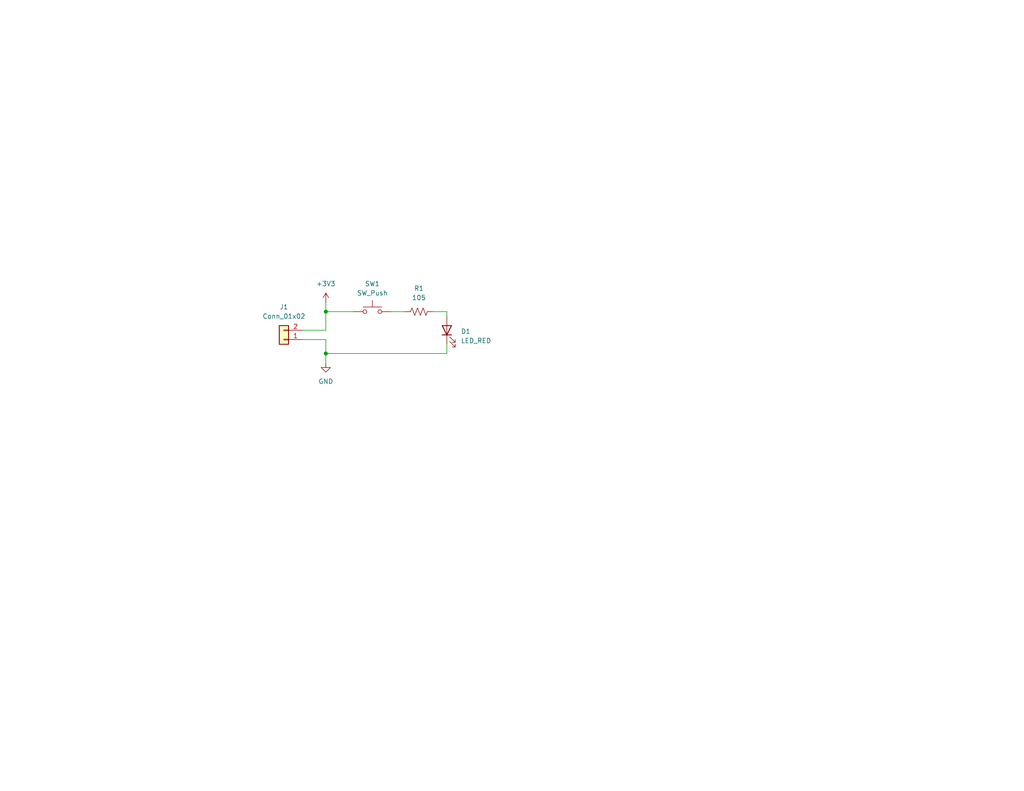
<source format=kicad_sch>
(kicad_sch (version 20231120) (generator "eeschema") (generator_version "8.0")
  (paper "USLetter")
  (title_block (title "LED Project") (date "2024-09-23") (rev "1.0") (company "Illini Solar Car") (comment 1 "Designed By: Quan Yuan"))
  (lib_symbols
    (symbol "Connector_Generic:Conn_01x02" (pin_names (offset 1.016) hide)
      (property "Reference" "J" (at 0 2.54 0))
      (property "Value" "Conn_01x02" (at 0 -5.08 0))
      (symbol "Conn_01x02_1_1"
        (rectangle (start -1.27 -2.413) (end 0 -2.667) (stroke (width 0.1524)))
        (rectangle (start -1.27 0.127) (end 0 -0.127) (stroke (width 0.1524)))
        (rectangle (start -1.27 1.27) (end 1.27 -3.81) (stroke (width 0.254)) (fill (type background)))
        (pin passive line (at -5.08 0 0) (length 3.81) (name "Pin_1") (number "1"))
        (pin passive line (at -5.08 -2.54 0) (length 3.81) (name "Pin_2") (number "2"))
      )
    )
    (symbol "Switch:SW_Push" (pin_numbers hide) (pin_names (offset 1.016) hide)
      (property "Reference" "SW" (at 1.27 2.54 0))
      (property "Value" "SW_Push" (at 0 -1.524 0))
      (symbol "SW_Push_0_1"
        (circle (center -2.032 0) (radius 0.508))
        (polyline (pts (xy 0 1.27) (xy 0 3.048)))
        (polyline (pts (xy 2.54 1.27) (xy -2.54 1.27)))
        (circle (center 2.032 0) (radius 0.508))
        (pin passive line (at -5.08 0 0) (length 2.54) (name "1") (number "1"))
        (pin passive line (at 5.08 0 180) (length 2.54) (name "2") (number "2"))
      )
    )
    (symbol "device:LED" (pin_numbers hide) (pin_names (offset 1.016) hide)
      (property "Reference" "D" (at 0 2.54 0))
      (property "Value" "LED" (at 0 -2.54 0))
      (symbol "LED_0_1"
        (polyline (pts (xy -1.27 -1.27) (xy -1.27 1.27)) (stroke (width 0.254)))
        (polyline (pts (xy -1.27 0) (xy 1.27 0)))
        (polyline (pts (xy 1.27 -1.27) (xy 1.27 1.27) (xy -1.27 0) (xy 1.27 -1.27)) (stroke (width 0.254)))
        (polyline (pts (xy -3.048 -0.762) (xy -4.572 -2.286) (xy -3.81 -2.286) (xy -4.572 -2.286) (xy -4.572 -1.524)))
        (polyline (pts (xy -1.778 -0.762) (xy -3.302 -2.286) (xy -2.54 -2.286) (xy -3.302 -2.286) (xy -3.302 -1.524)))
      )
      (symbol "LED_1_1"
        (pin passive line (at -3.81 0 0) (length 2.54) (name "K") (number "1"))
        (pin passive line (at 3.81 0 180) (length 2.54) (name "A") (number "2"))
      )
    )
    (symbol "device:R_US" (pin_numbers hide) (pin_names (offset 0))
      (property "Reference" "R" (at 2.54 0 90))
      (property "Value" "R_US" (at -2.54 0 90))
      (symbol "R_US_0_1"
        (polyline (pts (xy 0 -2.286) (xy 0 -2.54)))
        (polyline (pts (xy 0 2.286) (xy 0 2.54)))
        (polyline (pts (xy 0 -0.762) (xy 1.016 -1.143) (xy 0 -1.524) (xy -1.016 -1.905) (xy 0 -2.286)))
        (polyline (pts (xy 0 0.762) (xy 1.016 0.381) (xy 0 0) (xy -1.016 -0.381) (xy 0 -0.762)))
        (polyline (pts (xy 0 2.286) (xy 1.016 1.905) (xy 0 1.524) (xy -1.016 1.143) (xy 0 0.762)))
      )
      (symbol "R_US_1_1"
        (pin passive line (at 0 3.81 270) (length 1.27) (name "~") (number "1"))
        (pin passive line (at 0 -3.81 90) (length 1.27) (name "~") (number "2"))
      )
    )
    (symbol "power:+3V3" (power) (pin_names (offset 0))
      (property "Value" "+3V3" (at 0 3.556 0))
      (symbol "+3V3_0_1"
        (polyline (pts (xy -0.762 1.27) (xy 0 2.54)))
        (polyline (pts (xy 0 0) (xy 0 2.54)))
        (polyline (pts (xy 0 2.54) (xy 0.762 1.27)))
      )
      (symbol "+3V3_1_1"
        (pin power_in line (at 0 0 90) (length 0) hide (name "+3V3") (number "1"))
      )
    )
    (symbol "power:GND" (power) (pin_names (offset 0))
      (property "Value" "GND" (at 0 -3.81 0))
      (symbol "GND_0_1"
        (polyline (pts (xy 0 0) (xy 0 -1.27) (xy 1.27 -1.27) (xy 0 -2.54) (xy -1.27 -1.27) (xy 0 -1.27)))
      )
      (symbol "GND_1_1"
        (pin power_in line (at 0 0 270) (length 0) hide (name "GND") (number "1"))
      )
    )
  )
  (junction (at 88.9 96.52))
  (junction (at 88.9 85.09))
  (wire (pts (xy 82.55 90.17) (xy 88.9 90.17)))
  (wire (pts (xy 88.9 82.55) (xy 88.9 85.09)))
  (wire (pts (xy 106.68 85.09) (xy 110.49 85.09)))
  (wire (pts (xy 82.55 92.71) (xy 88.9 92.71)))
  (wire (pts (xy 88.9 96.52) (xy 88.9 99.06)))
  (wire (pts (xy 88.9 96.52) (xy 121.92 96.52)))
  (wire (pts (xy 118.11 85.09) (xy 121.92 85.09)))
  (wire (pts (xy 88.9 85.09) (xy 96.52 85.09)))
  (wire (pts (xy 121.92 93.98) (xy 121.92 96.52)))
  (wire (pts (xy 88.9 90.17) (xy 88.9 85.09)))
  (wire (pts (xy 121.92 85.09) (xy 121.92 86.36)))
  (wire (pts (xy 88.9 92.71) (xy 88.9 96.52)))
  (symbol (lib_id "power:GND") (at 88.9 99.06 0) (unit 1)
    (property "Reference" "#PWR02" (effects (hide yes)))
    (property "Value" "GND" (at 88.9 104.14 0))
    (property "Description" "Power symbol creates a global label with name \"GND\" , ground" (effects (hide yes)))
  )
  (symbol (lib_id "power:+3V3") (at 88.9 82.55 0) (unit 1)
    (property "Reference" "#PWR01" (effects (hide yes)))
    (property "Value" "+3V3" (at 88.9 77.47 0))
    (property "Description" "Power symbol creates a global label with name \"+3V3\"" (effects (hide yes)))
  )
  (symbol (lib_id "Connector_Generic:Conn_01x02") (at 77.47 92.71 180) (unit 1)
    (property "Reference" "J1" (at 77.47 83.82 0))
    (property "Value" "Conn_01x02" (at 77.47 86.36 0))
    (property "Footprint" "Connector_Molex:Molex_KK-254_AE-6410-02A_1x02_P2.54mm_Vertical" (effects (hide yes)))
    (property "Description" "Generic connector, single row, 01x02, script generated (kicad-library-utils/schlib/autogen/connector/)" (effects (hide yes)))
    (property "MPN" "022272021" (effects (hide yes)))
  )
  (symbol (lib_id "device:LED") (at 121.92 90.17 90) (unit 1)
    (property "Reference" "D1" (at 125.73 90.4874 90) (effects (justify right)))
    (property "Value" "LED_RED" (at 125.73 93.0274 90) (effects (justify right)))
    (property "Footprint" "layout:LED_0603_Symbol_on_F.SilkS" (effects (hide yes)))
    (property "Description" "Light emitting diode" (effects (hide yes)))
  )
  (symbol (lib_id "Switch:SW_Push") (at 101.6 85.09 0) (unit 1)
    (property "Reference" "SW1" (at 101.6 77.47 0))
    (property "Value" "SW_Push" (at 101.6 80.01 0))
    (property "Footprint" "Button_Switch_SMD:SW_DIP_SPSTx01_Slide_6.7x4.1mm_W8.61mm_P2.54mm_LowProfile" (effects (hide yes)))
    (property "Description" "Push button switch, generic, two pins" (effects (hide yes)))
    (property "MPN" "1825910-6" (effects (hide yes)))
  )
  (symbol (lib_id "device:R_US") (at 114.3 85.09 90) (unit 1)
    (property "Reference" "R1" (at 114.3 78.74 90))
    (property "Value" "105" (at 114.3 81.28 90))
    (property "Footprint" "Resistor_SMD:R_0603_1608Metric_Pad0.98x0.95mm_HandSolder" (effects (hide yes)))
    (property "Description" "Resistor, US symbol" (effects (hide yes)))
  )
)
</source>
